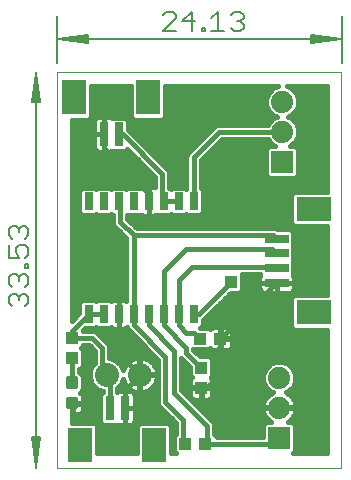
<source format=gtl>
G75*
%MOIN*%
%OFA0B0*%
%FSLAX25Y25*%
%IPPOS*%
%LPD*%
%AMOC8*
5,1,8,0,0,1.08239X$1,22.5*
%
%ADD10C,0.00000*%
%ADD11C,0.00512*%
%ADD12C,0.00600*%
%ADD13R,0.03000X0.06000*%
%ADD14C,0.08000*%
%ADD15R,0.07400X0.07400*%
%ADD16C,0.07400*%
%ADD17C,0.01181*%
%ADD18R,0.03937X0.04331*%
%ADD19R,0.03150X0.07874*%
%ADD20R,0.08268X0.11811*%
%ADD21R,0.07874X0.03150*%
%ADD22R,0.11811X0.08268*%
%ADD23R,0.04331X0.03937*%
%ADD24C,0.01600*%
%ADD25R,0.03962X0.03962*%
D10*
X0019595Y0008986D02*
X0019595Y0140946D01*
X0114296Y0140946D01*
X0114296Y0008986D01*
X0019595Y0008986D01*
D11*
X0012595Y0008986D02*
X0012595Y0008986D01*
X0012595Y0009241D02*
X0013619Y0019222D01*
X0013852Y0019222D02*
X0012595Y0009241D01*
X0011572Y0019222D01*
X0011338Y0019222D02*
X0013852Y0019222D01*
X0013107Y0019222D02*
X0012595Y0009241D01*
X0012083Y0019222D01*
X0011338Y0019222D02*
X0012595Y0009241D01*
X0012595Y0140730D01*
X0013619Y0130749D01*
X0013852Y0130749D02*
X0012595Y0140730D01*
X0011572Y0130749D01*
X0011338Y0130749D02*
X0013852Y0130749D01*
X0013107Y0130749D02*
X0012595Y0140730D01*
X0012083Y0130749D01*
X0011338Y0130749D02*
X0012595Y0140730D01*
X0012595Y0140986D02*
X0012595Y0140986D01*
X0019595Y0143986D02*
X0019595Y0159663D01*
X0019851Y0151986D02*
X0029831Y0150962D01*
X0029831Y0150729D02*
X0019851Y0151986D01*
X0029831Y0153009D01*
X0029831Y0153242D02*
X0029831Y0150729D01*
X0029831Y0151474D02*
X0019851Y0151986D01*
X0029831Y0152497D01*
X0029831Y0153242D02*
X0019851Y0151986D01*
X0114339Y0151986D01*
X0104359Y0150962D01*
X0104359Y0150729D02*
X0114339Y0151986D01*
X0104359Y0153009D01*
X0104359Y0153242D02*
X0104359Y0150729D01*
X0104359Y0151474D02*
X0114339Y0151986D01*
X0104359Y0152497D01*
X0104359Y0153242D02*
X0114339Y0151986D01*
X0114595Y0159663D02*
X0114595Y0143986D01*
D12*
X0081750Y0155615D02*
X0080682Y0154547D01*
X0078547Y0154547D01*
X0077479Y0155615D01*
X0075304Y0154547D02*
X0071034Y0154547D01*
X0073169Y0154547D02*
X0073169Y0160953D01*
X0071034Y0158818D01*
X0068879Y0155615D02*
X0068879Y0154547D01*
X0067811Y0154547D01*
X0067811Y0155615D01*
X0068879Y0155615D01*
X0065636Y0157750D02*
X0061366Y0157750D01*
X0064568Y0160953D01*
X0064568Y0154547D01*
X0059190Y0154547D02*
X0054920Y0154547D01*
X0059190Y0158818D01*
X0059190Y0159885D01*
X0058123Y0160953D01*
X0055988Y0160953D01*
X0054920Y0159885D01*
X0077479Y0159885D02*
X0078547Y0160953D01*
X0080682Y0160953D01*
X0081750Y0159885D01*
X0081750Y0158818D01*
X0080682Y0157750D01*
X0081750Y0156683D01*
X0081750Y0155615D01*
X0080682Y0157750D02*
X0079614Y0157750D01*
X0010033Y0088572D02*
X0010033Y0086437D01*
X0008966Y0085370D01*
X0008966Y0083194D02*
X0010033Y0082127D01*
X0010033Y0079992D01*
X0008966Y0078924D01*
X0008966Y0076769D02*
X0010033Y0076769D01*
X0010033Y0075701D01*
X0008966Y0075701D01*
X0008966Y0076769D01*
X0006831Y0078924D02*
X0005763Y0081059D01*
X0005763Y0082127D01*
X0006831Y0083194D01*
X0008966Y0083194D01*
X0006831Y0078924D02*
X0003628Y0078924D01*
X0003628Y0083194D01*
X0004695Y0085370D02*
X0003628Y0086437D01*
X0003628Y0088572D01*
X0004695Y0089640D01*
X0005763Y0089640D01*
X0006831Y0088572D01*
X0007898Y0089640D01*
X0008966Y0089640D01*
X0010033Y0088572D01*
X0006831Y0088572D02*
X0006831Y0087505D01*
X0007898Y0073526D02*
X0006831Y0072459D01*
X0006831Y0071391D01*
X0006831Y0072459D02*
X0005763Y0073526D01*
X0004695Y0073526D01*
X0003628Y0072459D01*
X0003628Y0070323D01*
X0004695Y0069256D01*
X0004695Y0067081D02*
X0003628Y0066013D01*
X0003628Y0063878D01*
X0004695Y0062810D01*
X0006831Y0064946D02*
X0006831Y0066013D01*
X0007898Y0067081D01*
X0008966Y0067081D01*
X0010033Y0066013D01*
X0010033Y0063878D01*
X0008966Y0062810D01*
X0006831Y0066013D02*
X0005763Y0067081D01*
X0004695Y0067081D01*
X0008966Y0069256D02*
X0010033Y0070323D01*
X0010033Y0072459D01*
X0008966Y0073526D01*
X0007898Y0073526D01*
D13*
X0030095Y0060186D03*
X0035095Y0060186D03*
X0040095Y0060186D03*
X0045095Y0060186D03*
X0050095Y0060186D03*
X0055095Y0060186D03*
X0060095Y0060186D03*
X0065095Y0060186D03*
X0065095Y0097786D03*
X0060095Y0097786D03*
X0055095Y0097786D03*
X0050095Y0097786D03*
X0045095Y0097786D03*
X0040095Y0097786D03*
X0035095Y0097786D03*
X0030095Y0097786D03*
D14*
X0036095Y0039986D03*
X0047095Y0039986D03*
D15*
X0093654Y0018986D03*
X0094654Y0110986D03*
D16*
X0094654Y0120986D03*
X0094654Y0130986D03*
X0093654Y0038986D03*
X0093654Y0028986D03*
D17*
X0025973Y0031911D02*
X0023217Y0031911D01*
X0025973Y0031911D02*
X0025973Y0029155D01*
X0023217Y0029155D01*
X0023217Y0031911D01*
X0023217Y0030335D02*
X0025973Y0030335D01*
X0025973Y0031515D02*
X0023217Y0031515D01*
X0023217Y0038816D02*
X0025973Y0038816D01*
X0025973Y0036060D01*
X0023217Y0036060D01*
X0023217Y0038816D01*
X0023217Y0037240D02*
X0025973Y0037240D01*
X0025973Y0038420D02*
X0023217Y0038420D01*
D18*
X0024595Y0045639D03*
X0024595Y0052332D03*
X0067595Y0042332D03*
X0067595Y0035639D03*
D19*
X0042056Y0028828D03*
X0037135Y0028828D03*
X0035135Y0120143D03*
X0040056Y0120143D03*
D20*
X0049898Y0132446D03*
X0025292Y0132446D03*
X0027292Y0016525D03*
X0051898Y0016525D03*
D21*
X0092753Y0070604D03*
X0092753Y0075525D03*
X0092753Y0080446D03*
X0092753Y0085367D03*
D22*
X0105056Y0095210D03*
X0105056Y0060761D03*
D23*
X0073942Y0051986D03*
X0067249Y0051986D03*
X0068942Y0016986D03*
X0062249Y0016986D03*
D24*
X0061595Y0017639D01*
X0061595Y0024986D01*
X0055595Y0030986D01*
X0055595Y0045986D01*
X0045095Y0056486D01*
X0045095Y0060186D01*
X0045095Y0086486D01*
X0091635Y0086486D01*
X0092753Y0085367D01*
X0092941Y0088542D02*
X0092112Y0088886D01*
X0046089Y0088886D01*
X0042995Y0091980D01*
X0042995Y0093186D01*
X0047258Y0093186D01*
X0047454Y0093381D01*
X0047490Y0093345D01*
X0047900Y0093108D01*
X0048358Y0092986D01*
X0050095Y0092986D01*
X0050095Y0097785D01*
X0050095Y0097785D01*
X0050095Y0092986D01*
X0051832Y0092986D01*
X0052290Y0093108D01*
X0052700Y0093345D01*
X0052737Y0093381D01*
X0052932Y0093186D01*
X0057258Y0093186D01*
X0057595Y0093523D01*
X0057932Y0093186D01*
X0062258Y0093186D01*
X0062595Y0093523D01*
X0062932Y0093186D01*
X0067258Y0093186D01*
X0068195Y0094123D01*
X0068195Y0101448D01*
X0067495Y0102148D01*
X0067495Y0111491D01*
X0074589Y0118586D01*
X0089912Y0118586D01*
X0090161Y0117983D01*
X0091652Y0116492D01*
X0092151Y0116286D01*
X0090291Y0116286D01*
X0089354Y0115348D01*
X0089354Y0106623D01*
X0090291Y0105686D01*
X0099017Y0105686D01*
X0099954Y0106623D01*
X0099954Y0115348D01*
X0099017Y0116286D01*
X0097157Y0116286D01*
X0097656Y0116492D01*
X0099147Y0117983D01*
X0099954Y0119931D01*
X0099954Y0122040D01*
X0099147Y0123988D01*
X0097656Y0125479D01*
X0096433Y0125986D01*
X0097656Y0126492D01*
X0099147Y0127983D01*
X0099954Y0129931D01*
X0099954Y0132040D01*
X0099147Y0133988D01*
X0097656Y0135479D01*
X0096045Y0136146D01*
X0109496Y0136146D01*
X0109496Y0100944D01*
X0098488Y0100944D01*
X0097550Y0100007D01*
X0097550Y0090413D01*
X0098488Y0089476D01*
X0109496Y0089476D01*
X0109496Y0066495D01*
X0098488Y0066495D01*
X0097550Y0065558D01*
X0097550Y0055965D01*
X0098488Y0055027D01*
X0109496Y0055027D01*
X0109496Y0013786D01*
X0098117Y0013786D01*
X0098954Y0014623D01*
X0098954Y0023348D01*
X0098017Y0024286D01*
X0096542Y0024286D01*
X0097237Y0024790D01*
X0097849Y0025403D01*
X0098358Y0026103D01*
X0098751Y0026874D01*
X0099019Y0027698D01*
X0099154Y0028553D01*
X0099154Y0028786D01*
X0093854Y0028786D01*
X0093854Y0029186D01*
X0099154Y0029186D01*
X0099154Y0029418D01*
X0099019Y0030273D01*
X0098751Y0031097D01*
X0098358Y0031868D01*
X0097849Y0032569D01*
X0097237Y0033181D01*
X0096537Y0033690D01*
X0095765Y0034083D01*
X0095710Y0034101D01*
X0096656Y0034492D01*
X0098147Y0035983D01*
X0098954Y0037931D01*
X0098954Y0040040D01*
X0098147Y0041988D01*
X0096656Y0043479D01*
X0094708Y0044286D01*
X0092600Y0044286D01*
X0090652Y0043479D01*
X0089161Y0041988D01*
X0088354Y0040040D01*
X0088354Y0037931D01*
X0089161Y0035983D01*
X0090652Y0034492D01*
X0091598Y0034101D01*
X0091543Y0034083D01*
X0090772Y0033690D01*
X0090071Y0033181D01*
X0089459Y0032569D01*
X0088950Y0031868D01*
X0088557Y0031097D01*
X0088290Y0030273D01*
X0088154Y0029418D01*
X0088154Y0029186D01*
X0093454Y0029186D01*
X0093454Y0028786D01*
X0088154Y0028786D01*
X0088154Y0028553D01*
X0088290Y0027698D01*
X0088557Y0026874D01*
X0088950Y0026103D01*
X0089459Y0025403D01*
X0090071Y0024790D01*
X0090766Y0024286D01*
X0089291Y0024286D01*
X0088354Y0023348D01*
X0088354Y0019386D01*
X0072707Y0019386D01*
X0072707Y0019617D01*
X0071995Y0020329D01*
X0071995Y0023463D01*
X0071630Y0024345D01*
X0070955Y0025020D01*
X0060995Y0034980D01*
X0060995Y0045538D01*
X0064027Y0042506D01*
X0064027Y0039504D01*
X0064404Y0039127D01*
X0064186Y0038910D01*
X0063949Y0038499D01*
X0063827Y0038041D01*
X0063827Y0035823D01*
X0067411Y0035823D01*
X0067411Y0035455D01*
X0067779Y0035455D01*
X0067779Y0031674D01*
X0069801Y0031674D01*
X0070258Y0031796D01*
X0070669Y0032033D01*
X0071004Y0032369D01*
X0071241Y0032779D01*
X0071364Y0033237D01*
X0071364Y0035455D01*
X0067779Y0035455D01*
X0067779Y0035823D01*
X0071364Y0035823D01*
X0071364Y0038041D01*
X0071241Y0038499D01*
X0071004Y0038910D01*
X0070787Y0039127D01*
X0071164Y0039504D01*
X0071164Y0045160D01*
X0070226Y0046097D01*
X0067224Y0046097D01*
X0064995Y0048326D01*
X0064995Y0048417D01*
X0070077Y0048417D01*
X0070454Y0048794D01*
X0070671Y0048577D01*
X0071081Y0048340D01*
X0071539Y0048217D01*
X0073757Y0048217D01*
X0073757Y0051801D01*
X0074126Y0051801D01*
X0074126Y0048217D01*
X0076344Y0048217D01*
X0076802Y0048340D01*
X0077212Y0048577D01*
X0077547Y0048912D01*
X0077784Y0049322D01*
X0077907Y0049780D01*
X0077907Y0051801D01*
X0074126Y0051801D01*
X0074126Y0052170D01*
X0073757Y0052170D01*
X0073757Y0055754D01*
X0071539Y0055754D01*
X0071081Y0055631D01*
X0070671Y0055394D01*
X0070454Y0055177D01*
X0070077Y0055554D01*
X0067074Y0055554D01*
X0067043Y0055586D01*
X0067258Y0055586D01*
X0068195Y0056523D01*
X0068195Y0058191D01*
X0077408Y0067404D01*
X0080239Y0067404D01*
X0081176Y0068342D01*
X0081176Y0073586D01*
X0087216Y0073586D01*
X0087216Y0073287D01*
X0087318Y0073185D01*
X0087138Y0072873D01*
X0087016Y0072415D01*
X0087016Y0070604D01*
X0092752Y0070604D01*
X0092752Y0070604D01*
X0087016Y0070604D01*
X0087016Y0068792D01*
X0087138Y0068334D01*
X0087375Y0067924D01*
X0087710Y0067588D01*
X0088121Y0067352D01*
X0088579Y0067229D01*
X0092753Y0067229D01*
X0096927Y0067229D01*
X0097384Y0067352D01*
X0097795Y0067588D01*
X0098130Y0067924D01*
X0098367Y0068334D01*
X0098490Y0068792D01*
X0098490Y0070604D01*
X0098490Y0072415D01*
X0098367Y0072873D01*
X0098187Y0073185D01*
X0098290Y0073287D01*
X0098290Y0077762D01*
X0098067Y0077986D01*
X0098290Y0078209D01*
X0098290Y0082684D01*
X0098067Y0082907D01*
X0098290Y0083130D01*
X0098290Y0087605D01*
X0097352Y0088542D01*
X0092941Y0088542D01*
X0098080Y0087814D02*
X0109496Y0087814D01*
X0109496Y0086216D02*
X0098290Y0086216D01*
X0098290Y0084617D02*
X0109496Y0084617D01*
X0109496Y0083019D02*
X0098179Y0083019D01*
X0098290Y0081420D02*
X0109496Y0081420D01*
X0109496Y0079822D02*
X0098290Y0079822D01*
X0098290Y0078223D02*
X0109496Y0078223D01*
X0109496Y0076625D02*
X0098290Y0076625D01*
X0098290Y0075026D02*
X0109496Y0075026D01*
X0109496Y0073428D02*
X0098290Y0073428D01*
X0098490Y0071829D02*
X0109496Y0071829D01*
X0109496Y0070231D02*
X0098490Y0070231D01*
X0098490Y0070604D02*
X0092753Y0070604D01*
X0098490Y0070604D01*
X0098447Y0068632D02*
X0109496Y0068632D01*
X0109496Y0067034D02*
X0077037Y0067034D01*
X0075439Y0065435D02*
X0097550Y0065435D01*
X0097550Y0063837D02*
X0073840Y0063837D01*
X0072242Y0062238D02*
X0097550Y0062238D01*
X0097550Y0060640D02*
X0070643Y0060640D01*
X0069045Y0059041D02*
X0097550Y0059041D01*
X0097550Y0057443D02*
X0068195Y0057443D01*
X0067516Y0055844D02*
X0097671Y0055844D01*
X0092753Y0067229D02*
X0092753Y0070604D01*
X0092753Y0070604D01*
X0092560Y0070604D01*
X0073942Y0051986D01*
X0073942Y0049332D01*
X0072595Y0047986D01*
X0072595Y0038986D01*
X0082595Y0028986D01*
X0093654Y0028986D01*
X0090462Y0033465D02*
X0071364Y0033465D01*
X0071364Y0035063D02*
X0090081Y0035063D01*
X0088880Y0036662D02*
X0071364Y0036662D01*
X0071305Y0038261D02*
X0088354Y0038261D01*
X0088354Y0039859D02*
X0071164Y0039859D01*
X0071164Y0041458D02*
X0088941Y0041458D01*
X0090229Y0043056D02*
X0071164Y0043056D01*
X0071164Y0044655D02*
X0109496Y0044655D01*
X0109496Y0046253D02*
X0067068Y0046253D01*
X0065470Y0047852D02*
X0109496Y0047852D01*
X0109496Y0049450D02*
X0077819Y0049450D01*
X0077907Y0051049D02*
X0109496Y0051049D01*
X0109496Y0052647D02*
X0077907Y0052647D01*
X0077907Y0052170D02*
X0077907Y0054191D01*
X0077784Y0054649D01*
X0077547Y0055059D01*
X0077212Y0055394D01*
X0076802Y0055631D01*
X0076344Y0055754D01*
X0074126Y0055754D01*
X0074126Y0052170D01*
X0077907Y0052170D01*
X0077892Y0054246D02*
X0109496Y0054246D01*
X0109496Y0043056D02*
X0097079Y0043056D01*
X0098367Y0041458D02*
X0109496Y0041458D01*
X0109496Y0039859D02*
X0098954Y0039859D01*
X0098954Y0038261D02*
X0109496Y0038261D01*
X0109496Y0036662D02*
X0098428Y0036662D01*
X0097227Y0035063D02*
X0109496Y0035063D01*
X0109496Y0033465D02*
X0096846Y0033465D01*
X0098359Y0031866D02*
X0109496Y0031866D01*
X0109496Y0030268D02*
X0099020Y0030268D01*
X0099154Y0028669D02*
X0109496Y0028669D01*
X0109496Y0027071D02*
X0098815Y0027071D01*
X0097900Y0025472D02*
X0109496Y0025472D01*
X0109496Y0023874D02*
X0098429Y0023874D01*
X0098954Y0022275D02*
X0109496Y0022275D01*
X0109496Y0020677D02*
X0098954Y0020677D01*
X0098954Y0019078D02*
X0109496Y0019078D01*
X0109496Y0017480D02*
X0098954Y0017480D01*
X0098954Y0015881D02*
X0109496Y0015881D01*
X0109496Y0014283D02*
X0098614Y0014283D01*
X0093654Y0018986D02*
X0091654Y0016986D01*
X0068942Y0016986D01*
X0069595Y0017639D01*
X0069595Y0022986D01*
X0058595Y0033986D01*
X0058595Y0047986D01*
X0050095Y0056486D01*
X0050095Y0060186D01*
X0050095Y0058832D01*
X0055095Y0060186D02*
X0055095Y0056486D01*
X0062595Y0048986D01*
X0062595Y0047332D01*
X0067595Y0042332D01*
X0064027Y0041458D02*
X0060995Y0041458D01*
X0060995Y0043056D02*
X0063477Y0043056D01*
X0061878Y0044655D02*
X0060995Y0044655D01*
X0060995Y0039859D02*
X0064027Y0039859D01*
X0063885Y0038261D02*
X0060995Y0038261D01*
X0060995Y0036662D02*
X0063827Y0036662D01*
X0063827Y0035455D02*
X0063827Y0033237D01*
X0063949Y0032779D01*
X0064186Y0032369D01*
X0064521Y0032033D01*
X0064932Y0031796D01*
X0065390Y0031674D01*
X0067411Y0031674D01*
X0067411Y0035455D01*
X0063827Y0035455D01*
X0063827Y0035063D02*
X0060995Y0035063D01*
X0062510Y0033465D02*
X0063827Y0033465D01*
X0064108Y0031866D02*
X0064811Y0031866D01*
X0065707Y0030268D02*
X0088289Y0030268D01*
X0088154Y0028669D02*
X0067305Y0028669D01*
X0068904Y0027071D02*
X0088493Y0027071D01*
X0089408Y0025472D02*
X0070502Y0025472D01*
X0071825Y0023874D02*
X0088880Y0023874D01*
X0088354Y0022275D02*
X0071995Y0022275D01*
X0071995Y0020677D02*
X0088354Y0020677D01*
X0088949Y0031866D02*
X0070380Y0031866D01*
X0067779Y0031866D02*
X0067411Y0031866D01*
X0067411Y0033465D02*
X0067779Y0033465D01*
X0067779Y0035063D02*
X0067411Y0035063D01*
X0067595Y0035639D02*
X0067942Y0035986D01*
X0069595Y0035986D01*
X0072595Y0038986D01*
X0073757Y0049450D02*
X0074126Y0049450D01*
X0074126Y0051049D02*
X0073757Y0051049D01*
X0073757Y0052647D02*
X0074126Y0052647D01*
X0074126Y0054246D02*
X0073757Y0054246D01*
X0067249Y0051986D02*
X0065249Y0053986D01*
X0062595Y0053986D01*
X0060095Y0056486D01*
X0060095Y0060186D01*
X0060095Y0071486D01*
X0064595Y0075986D01*
X0092292Y0075986D01*
X0092753Y0075525D01*
X0092753Y0080446D02*
X0091213Y0081986D01*
X0062595Y0081986D01*
X0055095Y0074486D01*
X0055095Y0060186D01*
X0048736Y0049450D02*
X0036995Y0049450D01*
X0036995Y0049463D02*
X0036630Y0050345D01*
X0035955Y0051020D01*
X0032608Y0054367D01*
X0031726Y0054732D01*
X0028164Y0054732D01*
X0028164Y0054860D01*
X0028889Y0055586D01*
X0032258Y0055586D01*
X0032595Y0055923D01*
X0032932Y0055586D01*
X0037258Y0055586D01*
X0037454Y0055781D01*
X0037490Y0055745D01*
X0037900Y0055508D01*
X0038358Y0055386D01*
X0040095Y0055386D01*
X0040095Y0060185D01*
X0040095Y0060185D01*
X0040095Y0055386D01*
X0041832Y0055386D01*
X0042290Y0055508D01*
X0042700Y0055745D01*
X0042737Y0055781D01*
X0042826Y0055692D01*
X0043061Y0055126D01*
X0053195Y0044991D01*
X0053195Y0030508D01*
X0053561Y0029626D01*
X0059195Y0023991D01*
X0059195Y0020329D01*
X0058483Y0019617D01*
X0058483Y0014354D01*
X0059052Y0013786D01*
X0057632Y0013786D01*
X0057632Y0023093D01*
X0056695Y0024030D01*
X0047102Y0024030D01*
X0046164Y0023093D01*
X0046164Y0013786D01*
X0033026Y0013786D01*
X0033026Y0023093D01*
X0032089Y0024030D01*
X0024395Y0024030D01*
X0024395Y0026764D01*
X0024411Y0026764D01*
X0024411Y0030348D01*
X0024779Y0030348D01*
X0024779Y0026764D01*
X0026209Y0026764D01*
X0026670Y0026856D01*
X0027105Y0027036D01*
X0027497Y0027298D01*
X0027830Y0027631D01*
X0028092Y0028022D01*
X0028272Y0028458D01*
X0028364Y0028919D01*
X0028364Y0030349D01*
X0024779Y0030349D01*
X0024779Y0030717D01*
X0028364Y0030717D01*
X0028364Y0032146D01*
X0028272Y0032608D01*
X0028092Y0033043D01*
X0027830Y0033435D01*
X0027497Y0033768D01*
X0027105Y0034029D01*
X0027059Y0034048D01*
X0028164Y0035153D01*
X0028164Y0039724D01*
X0026995Y0040892D01*
X0026995Y0041874D01*
X0027226Y0041874D01*
X0028164Y0042811D01*
X0028164Y0048467D01*
X0027645Y0048986D01*
X0028164Y0049504D01*
X0028164Y0049932D01*
X0030255Y0049932D01*
X0032195Y0047991D01*
X0032195Y0044005D01*
X0031348Y0043158D01*
X0030495Y0041099D01*
X0030495Y0038872D01*
X0031348Y0036813D01*
X0032923Y0035238D01*
X0034735Y0034488D01*
X0034735Y0034203D01*
X0033960Y0033428D01*
X0033960Y0024228D01*
X0034897Y0023291D01*
X0039372Y0023291D01*
X0039475Y0023394D01*
X0039786Y0023214D01*
X0040244Y0023091D01*
X0042056Y0023091D01*
X0043868Y0023091D01*
X0044325Y0023214D01*
X0044736Y0023451D01*
X0045071Y0023786D01*
X0045308Y0024196D01*
X0045431Y0024654D01*
X0045431Y0028828D01*
X0042056Y0028828D01*
X0042056Y0028828D01*
X0045431Y0028828D01*
X0045431Y0033002D01*
X0045308Y0033460D01*
X0045071Y0033870D01*
X0044736Y0034205D01*
X0044325Y0034442D01*
X0043868Y0034565D01*
X0042056Y0034565D01*
X0042056Y0028828D01*
X0042056Y0023091D01*
X0042056Y0028828D01*
X0042056Y0028828D01*
X0042056Y0034946D01*
X0047095Y0039986D01*
X0040095Y0046986D01*
X0040095Y0060186D01*
X0040095Y0064986D01*
X0038358Y0064986D01*
X0037900Y0064863D01*
X0037490Y0064626D01*
X0037454Y0064590D01*
X0037258Y0064786D01*
X0032932Y0064786D01*
X0032595Y0064448D01*
X0032258Y0064786D01*
X0027932Y0064786D01*
X0026995Y0063848D01*
X0026995Y0060480D01*
X0024395Y0057880D01*
X0024395Y0124941D01*
X0030089Y0124941D01*
X0031026Y0125878D01*
X0031026Y0136146D01*
X0044164Y0136146D01*
X0044164Y0125878D01*
X0045102Y0124941D01*
X0054695Y0124941D01*
X0055632Y0125878D01*
X0055632Y0136146D01*
X0093264Y0136146D01*
X0091652Y0135479D01*
X0090161Y0133988D01*
X0089354Y0132040D01*
X0089354Y0129931D01*
X0090161Y0127983D01*
X0091652Y0126492D01*
X0092876Y0125986D01*
X0091652Y0125479D01*
X0090161Y0123988D01*
X0089912Y0123386D01*
X0073118Y0123386D01*
X0072236Y0123020D01*
X0071561Y0122345D01*
X0063061Y0113845D01*
X0062695Y0112963D01*
X0062695Y0102148D01*
X0062595Y0102048D01*
X0062258Y0102386D01*
X0057932Y0102386D01*
X0057595Y0102048D01*
X0057258Y0102386D01*
X0056995Y0102386D01*
X0056995Y0107463D01*
X0056630Y0108345D01*
X0055955Y0109020D01*
X0043231Y0121744D01*
X0043231Y0124743D01*
X0042293Y0125680D01*
X0037818Y0125680D01*
X0037716Y0125577D01*
X0037404Y0125757D01*
X0036946Y0125880D01*
X0035135Y0125880D01*
X0035135Y0120143D01*
X0035135Y0114406D01*
X0036946Y0114406D01*
X0037404Y0114529D01*
X0037716Y0114709D01*
X0037818Y0114606D01*
X0042293Y0114606D01*
X0042937Y0115250D01*
X0052195Y0105991D01*
X0052195Y0102488D01*
X0051832Y0102586D01*
X0050095Y0102586D01*
X0048358Y0102586D01*
X0047900Y0102463D01*
X0047490Y0102226D01*
X0047454Y0102190D01*
X0047258Y0102386D01*
X0042932Y0102386D01*
X0042595Y0102048D01*
X0042258Y0102386D01*
X0037932Y0102386D01*
X0037595Y0102048D01*
X0037258Y0102386D01*
X0032932Y0102386D01*
X0032595Y0102048D01*
X0032258Y0102386D01*
X0027932Y0102386D01*
X0026995Y0101448D01*
X0026995Y0094123D01*
X0027932Y0093186D01*
X0032258Y0093186D01*
X0032595Y0093523D01*
X0032932Y0093186D01*
X0037258Y0093186D01*
X0037595Y0093523D01*
X0037932Y0093186D01*
X0038195Y0093186D01*
X0038195Y0090508D01*
X0038561Y0089626D01*
X0039236Y0088951D01*
X0042695Y0085491D01*
X0042695Y0064629D01*
X0042290Y0064863D01*
X0041832Y0064986D01*
X0040095Y0064986D01*
X0040095Y0060186D01*
X0040095Y0060186D01*
X0040095Y0060640D02*
X0040095Y0060640D01*
X0040095Y0062238D02*
X0040095Y0062238D01*
X0040095Y0063837D02*
X0040095Y0063837D01*
X0042695Y0065435D02*
X0024395Y0065435D01*
X0024395Y0063837D02*
X0026995Y0063837D01*
X0026995Y0062238D02*
X0024395Y0062238D01*
X0024395Y0060640D02*
X0026995Y0060640D01*
X0025557Y0059041D02*
X0024395Y0059041D01*
X0024595Y0054686D02*
X0030095Y0060186D01*
X0035095Y0060186D01*
X0032674Y0055844D02*
X0032516Y0055844D01*
X0032729Y0054246D02*
X0043941Y0054246D01*
X0045539Y0052647D02*
X0034328Y0052647D01*
X0035926Y0051049D02*
X0047138Y0051049D01*
X0050335Y0047852D02*
X0036995Y0047852D01*
X0036995Y0046253D02*
X0051934Y0046253D01*
X0053195Y0044655D02*
X0050536Y0044655D01*
X0050874Y0044410D02*
X0050135Y0044946D01*
X0049322Y0045361D01*
X0048453Y0045643D01*
X0047552Y0045786D01*
X0047295Y0045786D01*
X0047295Y0040186D01*
X0046895Y0040186D01*
X0046895Y0045786D01*
X0046639Y0045786D01*
X0045737Y0045643D01*
X0044869Y0045361D01*
X0044055Y0044946D01*
X0043317Y0044410D01*
X0042671Y0043764D01*
X0042135Y0043025D01*
X0041720Y0042212D01*
X0041507Y0041555D01*
X0040843Y0043158D01*
X0039267Y0044733D01*
X0037209Y0045586D01*
X0036995Y0045586D01*
X0036995Y0049463D01*
X0034595Y0048986D02*
X0034595Y0041486D01*
X0036095Y0039986D01*
X0037135Y0038946D01*
X0037135Y0028828D01*
X0033960Y0028669D02*
X0028314Y0028669D01*
X0028364Y0030268D02*
X0033960Y0030268D01*
X0033960Y0031866D02*
X0028364Y0031866D01*
X0027800Y0033465D02*
X0033997Y0033465D01*
X0033345Y0035063D02*
X0028074Y0035063D01*
X0028164Y0036662D02*
X0031499Y0036662D01*
X0030748Y0038261D02*
X0028164Y0038261D01*
X0028028Y0039859D02*
X0030495Y0039859D01*
X0030643Y0041458D02*
X0026995Y0041458D01*
X0028164Y0043056D02*
X0031306Y0043056D01*
X0032195Y0044655D02*
X0028164Y0044655D01*
X0028164Y0046253D02*
X0032195Y0046253D01*
X0032195Y0047852D02*
X0028164Y0047852D01*
X0028110Y0049450D02*
X0030736Y0049450D01*
X0031249Y0052332D02*
X0034595Y0048986D01*
X0031249Y0052332D02*
X0024595Y0052332D01*
X0024595Y0054686D01*
X0024595Y0045639D02*
X0024595Y0037438D01*
X0024595Y0030533D02*
X0024595Y0028828D01*
X0024411Y0028669D02*
X0024779Y0028669D01*
X0024779Y0027071D02*
X0024411Y0027071D01*
X0024395Y0025472D02*
X0033960Y0025472D01*
X0033960Y0027071D02*
X0027157Y0027071D01*
X0024779Y0030268D02*
X0024411Y0030268D01*
X0032245Y0023874D02*
X0034314Y0023874D01*
X0033026Y0022275D02*
X0046164Y0022275D01*
X0046164Y0020677D02*
X0033026Y0020677D01*
X0033026Y0019078D02*
X0046164Y0019078D01*
X0046164Y0017480D02*
X0033026Y0017480D01*
X0033026Y0015881D02*
X0046164Y0015881D01*
X0046164Y0014283D02*
X0033026Y0014283D01*
X0042056Y0023874D02*
X0042056Y0023874D01*
X0042056Y0025472D02*
X0042056Y0025472D01*
X0042056Y0027071D02*
X0042056Y0027071D01*
X0042056Y0028669D02*
X0042056Y0028669D01*
X0042056Y0028828D02*
X0042056Y0034565D01*
X0040244Y0034565D01*
X0039786Y0034442D01*
X0039534Y0034297D01*
X0039534Y0035505D01*
X0040843Y0036813D01*
X0041507Y0038416D01*
X0041720Y0037759D01*
X0042135Y0036946D01*
X0042671Y0036207D01*
X0043317Y0035562D01*
X0044055Y0035025D01*
X0044869Y0034610D01*
X0045737Y0034328D01*
X0046639Y0034186D01*
X0046895Y0034186D01*
X0046895Y0039785D01*
X0047295Y0039785D01*
X0047295Y0034186D01*
X0047552Y0034186D01*
X0048453Y0034328D01*
X0049322Y0034610D01*
X0050135Y0035025D01*
X0050874Y0035562D01*
X0051519Y0036207D01*
X0052056Y0036946D01*
X0052470Y0037759D01*
X0052752Y0038627D01*
X0052895Y0039529D01*
X0052895Y0039786D01*
X0047295Y0039786D01*
X0047295Y0040186D01*
X0052895Y0040186D01*
X0052895Y0040442D01*
X0052752Y0041344D01*
X0052470Y0042212D01*
X0052056Y0043025D01*
X0051519Y0043764D01*
X0050874Y0044410D01*
X0052033Y0043056D02*
X0053195Y0043056D01*
X0053195Y0041458D02*
X0052715Y0041458D01*
X0053195Y0039859D02*
X0047295Y0039859D01*
X0047295Y0038261D02*
X0046895Y0038261D01*
X0046895Y0036662D02*
X0047295Y0036662D01*
X0047295Y0035063D02*
X0046895Y0035063D01*
X0045305Y0033465D02*
X0053195Y0033465D01*
X0053195Y0035063D02*
X0050188Y0035063D01*
X0051850Y0036662D02*
X0053195Y0036662D01*
X0053195Y0038261D02*
X0052633Y0038261D01*
X0053195Y0031866D02*
X0045431Y0031866D01*
X0045431Y0030268D02*
X0053295Y0030268D01*
X0054517Y0028669D02*
X0045431Y0028669D01*
X0045431Y0027071D02*
X0056116Y0027071D01*
X0057714Y0025472D02*
X0045431Y0025472D01*
X0045122Y0023874D02*
X0046945Y0023874D01*
X0042056Y0028828D02*
X0042056Y0028828D01*
X0042056Y0030268D02*
X0042056Y0030268D01*
X0042056Y0031866D02*
X0042056Y0031866D01*
X0042056Y0033465D02*
X0042056Y0033465D01*
X0044002Y0035063D02*
X0039534Y0035063D01*
X0040691Y0036662D02*
X0042341Y0036662D01*
X0041557Y0038261D02*
X0041442Y0038261D01*
X0040885Y0043056D02*
X0042157Y0043056D01*
X0043654Y0044655D02*
X0039346Y0044655D01*
X0046895Y0044655D02*
X0047295Y0044655D01*
X0047295Y0043056D02*
X0046895Y0043056D01*
X0046895Y0041458D02*
X0047295Y0041458D01*
X0040095Y0055844D02*
X0040095Y0055844D01*
X0040095Y0057443D02*
X0040095Y0057443D01*
X0040095Y0059041D02*
X0040095Y0059041D01*
X0042695Y0067034D02*
X0024395Y0067034D01*
X0024395Y0068632D02*
X0042695Y0068632D01*
X0042695Y0070231D02*
X0024395Y0070231D01*
X0024395Y0071829D02*
X0042695Y0071829D01*
X0042695Y0073428D02*
X0024395Y0073428D01*
X0024395Y0075026D02*
X0042695Y0075026D01*
X0042695Y0076625D02*
X0024395Y0076625D01*
X0024395Y0078223D02*
X0042695Y0078223D01*
X0042695Y0079822D02*
X0024395Y0079822D01*
X0024395Y0081420D02*
X0042695Y0081420D01*
X0042695Y0083019D02*
X0024395Y0083019D01*
X0024395Y0084617D02*
X0042695Y0084617D01*
X0041971Y0086216D02*
X0024395Y0086216D01*
X0024395Y0087814D02*
X0040372Y0087814D01*
X0038774Y0089413D02*
X0024395Y0089413D01*
X0024395Y0091011D02*
X0038195Y0091011D01*
X0038195Y0092610D02*
X0024395Y0092610D01*
X0024395Y0094208D02*
X0026995Y0094208D01*
X0026995Y0095807D02*
X0024395Y0095807D01*
X0024395Y0097405D02*
X0026995Y0097405D01*
X0026995Y0099004D02*
X0024395Y0099004D01*
X0024395Y0100602D02*
X0026995Y0100602D01*
X0027748Y0102201D02*
X0024395Y0102201D01*
X0024395Y0103799D02*
X0052195Y0103799D01*
X0052195Y0105398D02*
X0024395Y0105398D01*
X0024395Y0106996D02*
X0051190Y0106996D01*
X0049592Y0108595D02*
X0024395Y0108595D01*
X0024395Y0110194D02*
X0047993Y0110194D01*
X0046395Y0111792D02*
X0024395Y0111792D01*
X0024395Y0113391D02*
X0044796Y0113391D01*
X0043198Y0114989D02*
X0042676Y0114989D01*
X0046789Y0118186D02*
X0067402Y0118186D01*
X0069000Y0119785D02*
X0045190Y0119785D01*
X0043592Y0121383D02*
X0070599Y0121383D01*
X0072197Y0122982D02*
X0043231Y0122982D01*
X0043231Y0124580D02*
X0090753Y0124580D01*
X0092410Y0126179D02*
X0055632Y0126179D01*
X0055632Y0127777D02*
X0090367Y0127777D01*
X0089584Y0129376D02*
X0055632Y0129376D01*
X0055632Y0130974D02*
X0089354Y0130974D01*
X0089575Y0132573D02*
X0055632Y0132573D01*
X0055632Y0134171D02*
X0090345Y0134171D01*
X0092355Y0135770D02*
X0055632Y0135770D01*
X0044164Y0135770D02*
X0031026Y0135770D01*
X0031026Y0134171D02*
X0044164Y0134171D01*
X0044164Y0132573D02*
X0031026Y0132573D01*
X0031026Y0130974D02*
X0044164Y0130974D01*
X0044164Y0129376D02*
X0031026Y0129376D01*
X0031026Y0127777D02*
X0044164Y0127777D01*
X0044164Y0126179D02*
X0031026Y0126179D01*
X0032119Y0125185D02*
X0031882Y0124775D01*
X0031760Y0124317D01*
X0031760Y0120143D01*
X0031760Y0115969D01*
X0031882Y0115511D01*
X0032119Y0115101D01*
X0032454Y0114766D01*
X0032865Y0114529D01*
X0033323Y0114406D01*
X0035134Y0114406D01*
X0035134Y0120143D01*
X0031760Y0120143D01*
X0035134Y0120143D01*
X0035134Y0120143D01*
X0035135Y0120143D01*
X0035134Y0120143D01*
X0035134Y0125880D01*
X0033323Y0125880D01*
X0032865Y0125757D01*
X0032454Y0125520D01*
X0032119Y0125185D01*
X0031830Y0124580D02*
X0024395Y0124580D01*
X0024395Y0122982D02*
X0031760Y0122982D01*
X0031760Y0121383D02*
X0024395Y0121383D01*
X0024395Y0119785D02*
X0031760Y0119785D01*
X0031760Y0118186D02*
X0024395Y0118186D01*
X0024395Y0116588D02*
X0031760Y0116588D01*
X0032231Y0114989D02*
X0024395Y0114989D01*
X0032442Y0102201D02*
X0032748Y0102201D01*
X0037442Y0102201D02*
X0037748Y0102201D01*
X0042442Y0102201D02*
X0042748Y0102201D01*
X0040095Y0097786D02*
X0040595Y0097286D01*
X0040595Y0090986D01*
X0045095Y0086486D01*
X0045562Y0089413D02*
X0109496Y0089413D01*
X0109496Y0102201D02*
X0067495Y0102201D01*
X0067495Y0103799D02*
X0109496Y0103799D01*
X0109496Y0105398D02*
X0067495Y0105398D01*
X0067495Y0106996D02*
X0089354Y0106996D01*
X0089354Y0108595D02*
X0067495Y0108595D01*
X0067495Y0110194D02*
X0089354Y0110194D01*
X0089354Y0111792D02*
X0067796Y0111792D01*
X0069394Y0113391D02*
X0089354Y0113391D01*
X0089354Y0114989D02*
X0070993Y0114989D01*
X0072591Y0116588D02*
X0091557Y0116588D01*
X0090077Y0118186D02*
X0074190Y0118186D01*
X0073595Y0120986D02*
X0094654Y0120986D01*
X0097752Y0116588D02*
X0109496Y0116588D01*
X0109496Y0118186D02*
X0099231Y0118186D01*
X0099893Y0119785D02*
X0109496Y0119785D01*
X0109496Y0121383D02*
X0099954Y0121383D01*
X0099564Y0122982D02*
X0109496Y0122982D01*
X0109496Y0124580D02*
X0098555Y0124580D01*
X0096899Y0126179D02*
X0109496Y0126179D01*
X0109496Y0127777D02*
X0098941Y0127777D01*
X0099724Y0129376D02*
X0109496Y0129376D01*
X0109496Y0130974D02*
X0099954Y0130974D01*
X0099733Y0132573D02*
X0109496Y0132573D01*
X0109496Y0134171D02*
X0098964Y0134171D01*
X0096954Y0135770D02*
X0109496Y0135770D01*
X0109496Y0114989D02*
X0099954Y0114989D01*
X0099954Y0113391D02*
X0109496Y0113391D01*
X0109496Y0111792D02*
X0099954Y0111792D01*
X0099954Y0110194D02*
X0109496Y0110194D01*
X0109496Y0108595D02*
X0099954Y0108595D01*
X0099954Y0106996D02*
X0109496Y0106996D01*
X0098146Y0100602D02*
X0068195Y0100602D01*
X0068195Y0099004D02*
X0097550Y0099004D01*
X0097550Y0097405D02*
X0068195Y0097405D01*
X0068195Y0095807D02*
X0097550Y0095807D01*
X0097550Y0094208D02*
X0068195Y0094208D01*
X0065095Y0097786D02*
X0065095Y0112486D01*
X0073595Y0120986D01*
X0065803Y0116588D02*
X0048387Y0116588D01*
X0049986Y0114989D02*
X0064205Y0114989D01*
X0062872Y0113391D02*
X0051584Y0113391D01*
X0053183Y0111792D02*
X0062695Y0111792D01*
X0062695Y0110194D02*
X0054781Y0110194D01*
X0056380Y0108595D02*
X0062695Y0108595D01*
X0062695Y0106996D02*
X0056995Y0106996D01*
X0056995Y0105398D02*
X0062695Y0105398D01*
X0062695Y0103799D02*
X0056995Y0103799D01*
X0057442Y0102201D02*
X0057748Y0102201D01*
X0060095Y0097786D02*
X0055095Y0097786D01*
X0054595Y0098286D01*
X0054595Y0106986D01*
X0041438Y0120143D01*
X0040056Y0120143D01*
X0035135Y0120143D02*
X0035135Y0115446D01*
X0049595Y0100986D01*
X0049595Y0098286D01*
X0050095Y0097786D01*
X0050095Y0102586D01*
X0050095Y0097786D01*
X0050095Y0097786D01*
X0050095Y0097405D02*
X0050095Y0097405D01*
X0050095Y0095807D02*
X0050095Y0095807D01*
X0050095Y0094208D02*
X0050095Y0094208D01*
X0050095Y0099004D02*
X0050095Y0099004D01*
X0050095Y0100602D02*
X0050095Y0100602D01*
X0050095Y0102201D02*
X0050095Y0102201D01*
X0047465Y0102201D02*
X0047442Y0102201D01*
X0042995Y0092610D02*
X0097550Y0092610D01*
X0097550Y0091011D02*
X0043963Y0091011D01*
X0035134Y0114989D02*
X0035135Y0114989D01*
X0035134Y0116588D02*
X0035135Y0116588D01*
X0035134Y0118186D02*
X0035135Y0118186D01*
X0035134Y0119785D02*
X0035135Y0119785D01*
X0035134Y0121383D02*
X0035135Y0121383D01*
X0035134Y0122982D02*
X0035135Y0122982D01*
X0035134Y0124580D02*
X0035135Y0124580D01*
X0062442Y0102201D02*
X0062695Y0102201D01*
X0081176Y0073428D02*
X0087216Y0073428D01*
X0087016Y0071829D02*
X0081176Y0071829D01*
X0081176Y0070231D02*
X0087016Y0070231D01*
X0087058Y0068632D02*
X0081176Y0068632D01*
X0077595Y0070986D02*
X0066795Y0060186D01*
X0065095Y0060186D01*
X0059195Y0023874D02*
X0056851Y0023874D01*
X0057632Y0022275D02*
X0059195Y0022275D01*
X0059195Y0020677D02*
X0057632Y0020677D01*
X0057632Y0019078D02*
X0058483Y0019078D01*
X0058483Y0017480D02*
X0057632Y0017480D01*
X0057632Y0015881D02*
X0058483Y0015881D01*
X0058555Y0014283D02*
X0057632Y0014283D01*
X0092753Y0067229D02*
X0092753Y0070604D01*
X0092753Y0070604D01*
X0092753Y0070231D02*
X0092753Y0070231D01*
X0092753Y0068632D02*
X0092753Y0068632D01*
D25*
X0077595Y0070986D03*
M02*

</source>
